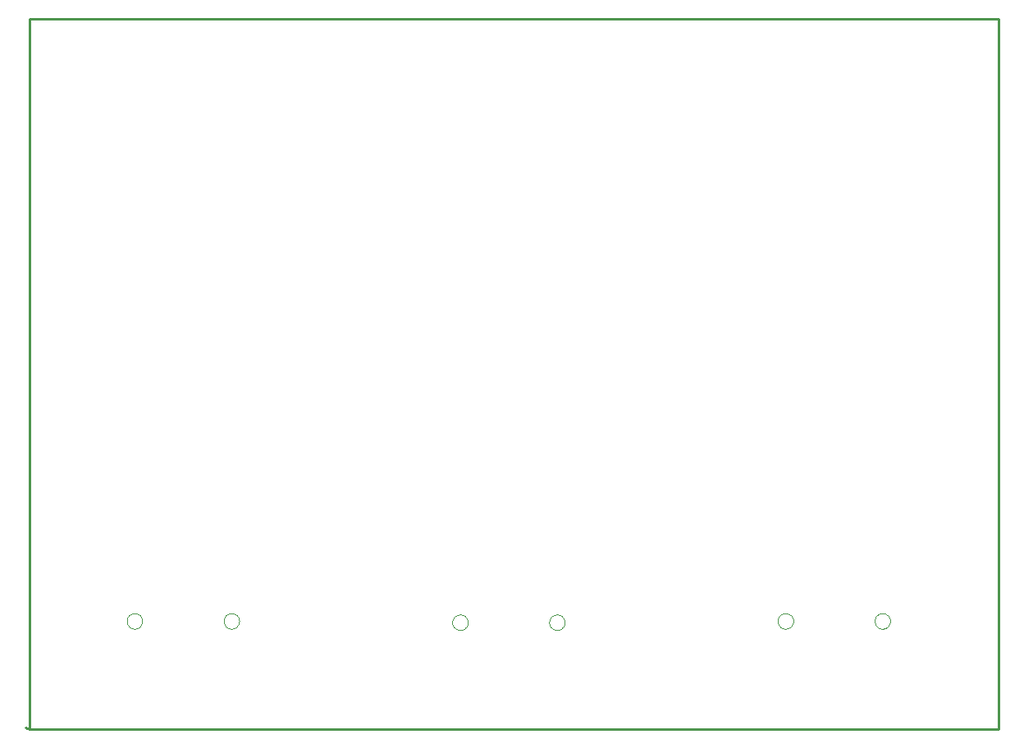
<source format=gbp>
G75*
G70*
%OFA0B0*%
%FSLAX24Y24*%
%IPPOS*%
%LPD*%
%AMOC8*
5,1,8,0,0,1.08239X$1,22.5*
%
%ADD10C,0.0100*%
%ADD11C,0.0000*%
D10*
X000304Y002050D02*
X000304Y030914D01*
X039674Y030914D01*
X039674Y002050D01*
X000304Y002050D01*
X000150Y002101D01*
D11*
X004260Y006436D02*
X004262Y006471D01*
X004268Y006506D01*
X004278Y006540D01*
X004291Y006573D01*
X004308Y006604D01*
X004329Y006632D01*
X004352Y006659D01*
X004379Y006682D01*
X004407Y006703D01*
X004438Y006720D01*
X004471Y006733D01*
X004505Y006743D01*
X004540Y006749D01*
X004575Y006751D01*
X004610Y006749D01*
X004645Y006743D01*
X004679Y006733D01*
X004712Y006720D01*
X004743Y006703D01*
X004771Y006682D01*
X004798Y006659D01*
X004821Y006632D01*
X004842Y006604D01*
X004859Y006573D01*
X004872Y006540D01*
X004882Y006506D01*
X004888Y006471D01*
X004890Y006436D01*
X004888Y006401D01*
X004882Y006366D01*
X004872Y006332D01*
X004859Y006299D01*
X004842Y006268D01*
X004821Y006240D01*
X004798Y006213D01*
X004771Y006190D01*
X004743Y006169D01*
X004712Y006152D01*
X004679Y006139D01*
X004645Y006129D01*
X004610Y006123D01*
X004575Y006121D01*
X004540Y006123D01*
X004505Y006129D01*
X004471Y006139D01*
X004438Y006152D01*
X004407Y006169D01*
X004379Y006190D01*
X004352Y006213D01*
X004329Y006240D01*
X004308Y006268D01*
X004291Y006299D01*
X004278Y006332D01*
X004268Y006366D01*
X004262Y006401D01*
X004260Y006436D01*
X008197Y006436D02*
X008199Y006471D01*
X008205Y006506D01*
X008215Y006540D01*
X008228Y006573D01*
X008245Y006604D01*
X008266Y006632D01*
X008289Y006659D01*
X008316Y006682D01*
X008344Y006703D01*
X008375Y006720D01*
X008408Y006733D01*
X008442Y006743D01*
X008477Y006749D01*
X008512Y006751D01*
X008547Y006749D01*
X008582Y006743D01*
X008616Y006733D01*
X008649Y006720D01*
X008680Y006703D01*
X008708Y006682D01*
X008735Y006659D01*
X008758Y006632D01*
X008779Y006604D01*
X008796Y006573D01*
X008809Y006540D01*
X008819Y006506D01*
X008825Y006471D01*
X008827Y006436D01*
X008825Y006401D01*
X008819Y006366D01*
X008809Y006332D01*
X008796Y006299D01*
X008779Y006268D01*
X008758Y006240D01*
X008735Y006213D01*
X008708Y006190D01*
X008680Y006169D01*
X008649Y006152D01*
X008616Y006139D01*
X008582Y006129D01*
X008547Y006123D01*
X008512Y006121D01*
X008477Y006123D01*
X008442Y006129D01*
X008408Y006139D01*
X008375Y006152D01*
X008344Y006169D01*
X008316Y006190D01*
X008289Y006213D01*
X008266Y006240D01*
X008245Y006268D01*
X008228Y006299D01*
X008215Y006332D01*
X008205Y006366D01*
X008199Y006401D01*
X008197Y006436D01*
X017483Y006385D02*
X017485Y006420D01*
X017491Y006455D01*
X017501Y006489D01*
X017514Y006522D01*
X017531Y006553D01*
X017552Y006581D01*
X017575Y006608D01*
X017602Y006631D01*
X017630Y006652D01*
X017661Y006669D01*
X017694Y006682D01*
X017728Y006692D01*
X017763Y006698D01*
X017798Y006700D01*
X017833Y006698D01*
X017868Y006692D01*
X017902Y006682D01*
X017935Y006669D01*
X017966Y006652D01*
X017994Y006631D01*
X018021Y006608D01*
X018044Y006581D01*
X018065Y006553D01*
X018082Y006522D01*
X018095Y006489D01*
X018105Y006455D01*
X018111Y006420D01*
X018113Y006385D01*
X018111Y006350D01*
X018105Y006315D01*
X018095Y006281D01*
X018082Y006248D01*
X018065Y006217D01*
X018044Y006189D01*
X018021Y006162D01*
X017994Y006139D01*
X017966Y006118D01*
X017935Y006101D01*
X017902Y006088D01*
X017868Y006078D01*
X017833Y006072D01*
X017798Y006070D01*
X017763Y006072D01*
X017728Y006078D01*
X017694Y006088D01*
X017661Y006101D01*
X017630Y006118D01*
X017602Y006139D01*
X017575Y006162D01*
X017552Y006189D01*
X017531Y006217D01*
X017514Y006248D01*
X017501Y006281D01*
X017491Y006315D01*
X017485Y006350D01*
X017483Y006385D01*
X021420Y006385D02*
X021422Y006420D01*
X021428Y006455D01*
X021438Y006489D01*
X021451Y006522D01*
X021468Y006553D01*
X021489Y006581D01*
X021512Y006608D01*
X021539Y006631D01*
X021567Y006652D01*
X021598Y006669D01*
X021631Y006682D01*
X021665Y006692D01*
X021700Y006698D01*
X021735Y006700D01*
X021770Y006698D01*
X021805Y006692D01*
X021839Y006682D01*
X021872Y006669D01*
X021903Y006652D01*
X021931Y006631D01*
X021958Y006608D01*
X021981Y006581D01*
X022002Y006553D01*
X022019Y006522D01*
X022032Y006489D01*
X022042Y006455D01*
X022048Y006420D01*
X022050Y006385D01*
X022048Y006350D01*
X022042Y006315D01*
X022032Y006281D01*
X022019Y006248D01*
X022002Y006217D01*
X021981Y006189D01*
X021958Y006162D01*
X021931Y006139D01*
X021903Y006118D01*
X021872Y006101D01*
X021839Y006088D01*
X021805Y006078D01*
X021770Y006072D01*
X021735Y006070D01*
X021700Y006072D01*
X021665Y006078D01*
X021631Y006088D01*
X021598Y006101D01*
X021567Y006118D01*
X021539Y006139D01*
X021512Y006162D01*
X021489Y006189D01*
X021468Y006217D01*
X021451Y006248D01*
X021438Y006281D01*
X021428Y006315D01*
X021422Y006350D01*
X021420Y006385D01*
X030705Y006436D02*
X030707Y006471D01*
X030713Y006506D01*
X030723Y006540D01*
X030736Y006573D01*
X030753Y006604D01*
X030774Y006632D01*
X030797Y006659D01*
X030824Y006682D01*
X030852Y006703D01*
X030883Y006720D01*
X030916Y006733D01*
X030950Y006743D01*
X030985Y006749D01*
X031020Y006751D01*
X031055Y006749D01*
X031090Y006743D01*
X031124Y006733D01*
X031157Y006720D01*
X031188Y006703D01*
X031216Y006682D01*
X031243Y006659D01*
X031266Y006632D01*
X031287Y006604D01*
X031304Y006573D01*
X031317Y006540D01*
X031327Y006506D01*
X031333Y006471D01*
X031335Y006436D01*
X031333Y006401D01*
X031327Y006366D01*
X031317Y006332D01*
X031304Y006299D01*
X031287Y006268D01*
X031266Y006240D01*
X031243Y006213D01*
X031216Y006190D01*
X031188Y006169D01*
X031157Y006152D01*
X031124Y006139D01*
X031090Y006129D01*
X031055Y006123D01*
X031020Y006121D01*
X030985Y006123D01*
X030950Y006129D01*
X030916Y006139D01*
X030883Y006152D01*
X030852Y006169D01*
X030824Y006190D01*
X030797Y006213D01*
X030774Y006240D01*
X030753Y006268D01*
X030736Y006299D01*
X030723Y006332D01*
X030713Y006366D01*
X030707Y006401D01*
X030705Y006436D01*
X034642Y006436D02*
X034644Y006471D01*
X034650Y006506D01*
X034660Y006540D01*
X034673Y006573D01*
X034690Y006604D01*
X034711Y006632D01*
X034734Y006659D01*
X034761Y006682D01*
X034789Y006703D01*
X034820Y006720D01*
X034853Y006733D01*
X034887Y006743D01*
X034922Y006749D01*
X034957Y006751D01*
X034992Y006749D01*
X035027Y006743D01*
X035061Y006733D01*
X035094Y006720D01*
X035125Y006703D01*
X035153Y006682D01*
X035180Y006659D01*
X035203Y006632D01*
X035224Y006604D01*
X035241Y006573D01*
X035254Y006540D01*
X035264Y006506D01*
X035270Y006471D01*
X035272Y006436D01*
X035270Y006401D01*
X035264Y006366D01*
X035254Y006332D01*
X035241Y006299D01*
X035224Y006268D01*
X035203Y006240D01*
X035180Y006213D01*
X035153Y006190D01*
X035125Y006169D01*
X035094Y006152D01*
X035061Y006139D01*
X035027Y006129D01*
X034992Y006123D01*
X034957Y006121D01*
X034922Y006123D01*
X034887Y006129D01*
X034853Y006139D01*
X034820Y006152D01*
X034789Y006169D01*
X034761Y006190D01*
X034734Y006213D01*
X034711Y006240D01*
X034690Y006268D01*
X034673Y006299D01*
X034660Y006332D01*
X034650Y006366D01*
X034644Y006401D01*
X034642Y006436D01*
M02*

</source>
